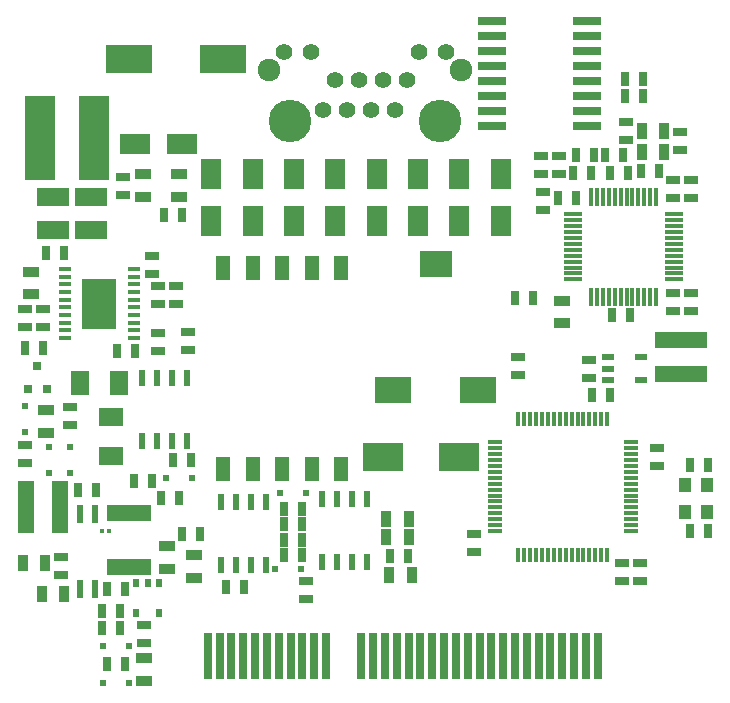
<source format=gts>
G04 (created by PCBNEW (2013-jul-07)-stable) date Thu 13 Feb 2014 02:22:19 AM EST*
%MOIN*%
G04 Gerber Fmt 3.4, Leading zero omitted, Abs format*
%FSLAX34Y34*%
G01*
G70*
G90*
G04 APERTURE LIST*
%ADD10C,0.00590551*%
%ADD11R,0.0275X0.1574*%
%ADD12R,0.120866X0.0889764*%
%ADD13R,0.109055X0.0889764*%
%ADD14C,0.0551*%
%ADD15C,0.1417*%
%ADD16C,0.0757*%
%ADD17R,0.0984252X0.279528*%
%ADD18R,0.0570866X0.173228*%
%ADD19R,0.0984X0.0709*%
%ADD20R,0.0709X0.0984*%
%ADD21R,0.0236X0.0551*%
%ADD22R,0.02X0.03*%
%ADD23R,0.15X0.055*%
%ADD24R,0.06X0.08*%
%ADD25R,0.08X0.06*%
%ADD26R,0.035X0.055*%
%ADD27R,0.055X0.035*%
%ADD28R,0.025X0.045*%
%ADD29R,0.045X0.025*%
%ADD30R,0.1378X0.0945*%
%ADD31R,0.1575X0.0945*%
%ADD32R,0.0944X0.025*%
%ADD33R,0.011811X0.015748*%
%ADD34R,0.0433X0.0236*%
%ADD35R,0.173228X0.0570866*%
%ADD36R,0.0413386X0.0511811*%
%ADD37R,0.0118X0.059*%
%ADD38R,0.059X0.0118*%
%ADD39R,0.0236X0.0236*%
%ADD40R,0.0473X0.0118*%
%ADD41R,0.0118X0.0473*%
%ADD42R,0.0413386X0.0125984*%
%ADD43R,0.11811X0.165354*%
%ADD44R,0.0240157X0.0598425*%
%ADD45R,0.1062X0.0629*%
%ADD46R,0.05X0.0799213*%
%ADD47R,0.0315X0.0315*%
G04 APERTURE END LIST*
G54D10*
G54D11*
X77441Y-45787D03*
X77834Y-45787D03*
X78228Y-45787D03*
X78622Y-45787D03*
X79015Y-45787D03*
X79409Y-45787D03*
X79803Y-45787D03*
X80197Y-45787D03*
X80590Y-45787D03*
X80984Y-45787D03*
X81378Y-45787D03*
X82559Y-45787D03*
X82952Y-45787D03*
X83346Y-45787D03*
X83740Y-45787D03*
X84134Y-45787D03*
X84527Y-45787D03*
X84921Y-45787D03*
X85315Y-45787D03*
X85708Y-45787D03*
X86102Y-45787D03*
X86496Y-45787D03*
X86889Y-45787D03*
X87283Y-45787D03*
X87677Y-45787D03*
X88071Y-45787D03*
X88464Y-45787D03*
X88858Y-45787D03*
X89252Y-45787D03*
X89645Y-45787D03*
X90039Y-45787D03*
X90433Y-45787D03*
G54D12*
X83620Y-36937D03*
X86458Y-36937D03*
G54D13*
X85039Y-32748D03*
G54D14*
X84077Y-26602D03*
X83677Y-27602D03*
X83277Y-26602D03*
X82877Y-27602D03*
X82477Y-26602D03*
X82077Y-27602D03*
X81677Y-26602D03*
X81277Y-27602D03*
X85377Y-25652D03*
X84477Y-25652D03*
X80877Y-25652D03*
X79977Y-25652D03*
G54D15*
X85177Y-27952D03*
X80177Y-27952D03*
G54D16*
X79477Y-26282D03*
X85877Y-26282D03*
G54D17*
X73641Y-28543D03*
X71830Y-28543D03*
G54D18*
X71377Y-40846D03*
X72519Y-40846D03*
G54D19*
X76574Y-28740D03*
X75000Y-28740D03*
G54D20*
X77559Y-31298D03*
X77559Y-29724D03*
X81692Y-31298D03*
X81692Y-29724D03*
X78937Y-29724D03*
X78937Y-31298D03*
X80314Y-29724D03*
X80314Y-31298D03*
X87204Y-31298D03*
X87204Y-29724D03*
X83070Y-31298D03*
X83070Y-29724D03*
X85826Y-29724D03*
X85826Y-31298D03*
X84448Y-29724D03*
X84448Y-31298D03*
G54D21*
X75234Y-36548D03*
X75234Y-38648D03*
X75734Y-36548D03*
X76234Y-36548D03*
X76734Y-36548D03*
X75734Y-38648D03*
X76234Y-38648D03*
X76734Y-38648D03*
G54D22*
X75808Y-43358D03*
X75058Y-43358D03*
X75808Y-44358D03*
X75433Y-43358D03*
X75058Y-44358D03*
G54D21*
X77891Y-40682D03*
X77891Y-42782D03*
X78391Y-40682D03*
X78891Y-40682D03*
X79391Y-40682D03*
X78391Y-42782D03*
X78891Y-42782D03*
X79391Y-42782D03*
X81238Y-40583D03*
X81238Y-42683D03*
X81738Y-40583D03*
X82238Y-40583D03*
X82738Y-40583D03*
X81738Y-42683D03*
X82238Y-42683D03*
X82738Y-42683D03*
G54D23*
X74803Y-41029D03*
X74803Y-42829D03*
G54D24*
X74468Y-36712D03*
X73168Y-36712D03*
G54D25*
X74212Y-39134D03*
X74212Y-37834D03*
G54D26*
X83483Y-43110D03*
X84233Y-43110D03*
X71908Y-43740D03*
X72658Y-43740D03*
G54D27*
X76082Y-42144D03*
X76082Y-42894D03*
X76968Y-43189D03*
X76968Y-42439D03*
G54D26*
X71278Y-42716D03*
X72028Y-42716D03*
G54D27*
X75314Y-46634D03*
X75314Y-45884D03*
X72047Y-37617D03*
X72047Y-38367D03*
G54D26*
X84134Y-41240D03*
X83384Y-41240D03*
G54D27*
X71555Y-32991D03*
X71555Y-33741D03*
G54D28*
X77170Y-41732D03*
X76570Y-41732D03*
G54D29*
X72559Y-42495D03*
X72559Y-43095D03*
G54D28*
X74512Y-44881D03*
X73912Y-44881D03*
G54D29*
X75314Y-45378D03*
X75314Y-44778D03*
X76771Y-35014D03*
X76771Y-35614D03*
G54D28*
X74512Y-44291D03*
X73912Y-44291D03*
X74670Y-46062D03*
X74070Y-46062D03*
X71353Y-35531D03*
X71953Y-35531D03*
X94099Y-41633D03*
X93499Y-41633D03*
X94099Y-39448D03*
X93499Y-39448D03*
G54D29*
X76377Y-34059D03*
X76377Y-33459D03*
G54D28*
X72642Y-32381D03*
X72042Y-32381D03*
X74070Y-43582D03*
X74670Y-43582D03*
X75979Y-31102D03*
X76579Y-31102D03*
G54D29*
X74606Y-29818D03*
X74606Y-30418D03*
X75590Y-33075D03*
X75590Y-32475D03*
G54D28*
X74404Y-35629D03*
X75004Y-35629D03*
G54D29*
X72834Y-37495D03*
X72834Y-38095D03*
G54D28*
X84118Y-42480D03*
X83518Y-42480D03*
X73125Y-40255D03*
X73725Y-40255D03*
G54D29*
X71358Y-39374D03*
X71358Y-38774D03*
X75787Y-34059D03*
X75787Y-33459D03*
X71358Y-34847D03*
X71358Y-34247D03*
X71948Y-34847D03*
X71948Y-34247D03*
X75787Y-35034D03*
X75787Y-35634D03*
G54D28*
X76874Y-39271D03*
X76274Y-39271D03*
X75881Y-40551D03*
X76481Y-40551D03*
X74995Y-39960D03*
X75595Y-39960D03*
G54D30*
X85827Y-39173D03*
X83267Y-39173D03*
G54D31*
X77952Y-25885D03*
X74802Y-25885D03*
G54D32*
X90081Y-28127D03*
X90081Y-27627D03*
X90081Y-27127D03*
X90081Y-26627D03*
X90081Y-26127D03*
X90081Y-25627D03*
X90081Y-25127D03*
X90081Y-24627D03*
X86925Y-24627D03*
X86925Y-25127D03*
X86925Y-25627D03*
X86925Y-26127D03*
X86925Y-26627D03*
X86925Y-27127D03*
X86925Y-27627D03*
X86925Y-28127D03*
G54D33*
X74133Y-41633D03*
X73897Y-41633D03*
G54D29*
X91377Y-28007D03*
X91377Y-28607D03*
G54D28*
X90684Y-29094D03*
X91284Y-29094D03*
X91441Y-29685D03*
X90841Y-29685D03*
X89621Y-29685D03*
X90221Y-29685D03*
G54D29*
X89133Y-29148D03*
X89133Y-29748D03*
G54D28*
X89700Y-29094D03*
X90300Y-29094D03*
X91953Y-26574D03*
X91353Y-26574D03*
X91953Y-27125D03*
X91353Y-27125D03*
G54D29*
X92421Y-38873D03*
X92421Y-39473D03*
X91240Y-42711D03*
X91240Y-43311D03*
X87795Y-36422D03*
X87795Y-35822D03*
X86318Y-42327D03*
X86318Y-41727D03*
X91830Y-42711D03*
X91830Y-43311D03*
X90157Y-36520D03*
X90157Y-35920D03*
G54D28*
X90251Y-37106D03*
X90851Y-37106D03*
G54D34*
X90787Y-35846D03*
X90787Y-36220D03*
X90787Y-36594D03*
X91889Y-36594D03*
X91889Y-35846D03*
G54D35*
X93208Y-35255D03*
X93208Y-36397D03*
G54D36*
X94064Y-41003D03*
X94064Y-40098D03*
X93336Y-40098D03*
X93336Y-41003D03*
G54D29*
X80708Y-43302D03*
X80708Y-43902D03*
G54D26*
X84134Y-41830D03*
X83384Y-41830D03*
G54D28*
X79975Y-41929D03*
X80575Y-41929D03*
X78646Y-43503D03*
X78046Y-43503D03*
G54D27*
X75295Y-30493D03*
X75295Y-29743D03*
X76476Y-30493D03*
X76476Y-29743D03*
G54D28*
X79975Y-40905D03*
X80575Y-40905D03*
G54D37*
X92381Y-30492D03*
X92184Y-30492D03*
X91987Y-30492D03*
X91791Y-30492D03*
X91594Y-30492D03*
X91397Y-30492D03*
X91201Y-30492D03*
X91004Y-30492D03*
X90807Y-30492D03*
X90611Y-30492D03*
X90414Y-30492D03*
X90217Y-30492D03*
G54D38*
X89626Y-31083D03*
X89626Y-31280D03*
X89626Y-31477D03*
X89626Y-31673D03*
X89626Y-31870D03*
X89626Y-32067D03*
X89626Y-32263D03*
X89626Y-32460D03*
X89626Y-32657D03*
X89626Y-32853D03*
X89626Y-33050D03*
X89626Y-33247D03*
G54D37*
X90217Y-33838D03*
X90414Y-33838D03*
X90611Y-33838D03*
X90807Y-33838D03*
X91004Y-33838D03*
X91201Y-33838D03*
X91397Y-33838D03*
X91594Y-33838D03*
X91791Y-33838D03*
X91987Y-33838D03*
X92184Y-33838D03*
X92381Y-33838D03*
G54D38*
X92972Y-33247D03*
X92972Y-33050D03*
X92972Y-32853D03*
X92972Y-32657D03*
X92972Y-32460D03*
X92972Y-32263D03*
X92972Y-32067D03*
X92972Y-31870D03*
X92972Y-31673D03*
X92972Y-31477D03*
X92972Y-31280D03*
X92972Y-31083D03*
G54D26*
X91908Y-29015D03*
X92658Y-29015D03*
G54D27*
X89251Y-34705D03*
X89251Y-33955D03*
G54D28*
X91520Y-34448D03*
X90920Y-34448D03*
G54D29*
X92952Y-29936D03*
X92952Y-30536D03*
G54D28*
X91865Y-29645D03*
X92465Y-29645D03*
G54D29*
X92952Y-34315D03*
X92952Y-33715D03*
X93543Y-29936D03*
X93543Y-30536D03*
G54D26*
X92658Y-28307D03*
X91908Y-28307D03*
G54D39*
X80708Y-40354D03*
X79842Y-40354D03*
X79685Y-42913D03*
X80551Y-42913D03*
X72145Y-38838D03*
X72145Y-39704D03*
X74803Y-45472D03*
X73937Y-45472D03*
X72834Y-38838D03*
X72834Y-39704D03*
X71358Y-37460D03*
X71358Y-38326D03*
X76043Y-39862D03*
X76909Y-39862D03*
X73937Y-46692D03*
X74803Y-46692D03*
G54D40*
X91535Y-41633D03*
X91535Y-41437D03*
X91535Y-41240D03*
X91535Y-41043D03*
X91535Y-40846D03*
X91535Y-40649D03*
X91535Y-40452D03*
X91535Y-40256D03*
X91535Y-40059D03*
X91535Y-39862D03*
X91535Y-39665D03*
X91535Y-39468D03*
X91535Y-39271D03*
X91535Y-39074D03*
X91535Y-38878D03*
X91535Y-38681D03*
G54D41*
X90747Y-37893D03*
X90551Y-37893D03*
X90354Y-37893D03*
X90157Y-37893D03*
X89960Y-37893D03*
X89763Y-37893D03*
X89566Y-37893D03*
X89370Y-37893D03*
X89173Y-37893D03*
X88976Y-37893D03*
X88779Y-37893D03*
X88582Y-37893D03*
X88385Y-37893D03*
X88188Y-37893D03*
X87992Y-37893D03*
X87795Y-37893D03*
G54D40*
X87007Y-38681D03*
X87007Y-38878D03*
X87007Y-39074D03*
X87007Y-39271D03*
X87007Y-39468D03*
X87007Y-39665D03*
X87007Y-39862D03*
X87007Y-40059D03*
X87007Y-40256D03*
X87007Y-40452D03*
X87007Y-40649D03*
X87007Y-40846D03*
X87007Y-41043D03*
X87007Y-41240D03*
X87007Y-41437D03*
X87007Y-41633D03*
G54D41*
X87795Y-42421D03*
X87992Y-42421D03*
X88188Y-42421D03*
X88385Y-42421D03*
X88582Y-42421D03*
X88779Y-42421D03*
X88976Y-42421D03*
X89173Y-42421D03*
X89370Y-42421D03*
X89566Y-42421D03*
X89763Y-42421D03*
X89960Y-42421D03*
X90157Y-42421D03*
X90354Y-42421D03*
X90551Y-42421D03*
X90747Y-42421D03*
G54D42*
X74970Y-35206D03*
X74970Y-34950D03*
X74970Y-34694D03*
X74970Y-34438D03*
X74970Y-34183D03*
X74970Y-33927D03*
X74970Y-33671D03*
X74970Y-33415D03*
X74970Y-33159D03*
X74970Y-32903D03*
X72667Y-32903D03*
X72667Y-33159D03*
X72667Y-33415D03*
X72667Y-33671D03*
X72667Y-33927D03*
X72667Y-34183D03*
X72667Y-34438D03*
X72667Y-34694D03*
X72667Y-34950D03*
X72667Y-35206D03*
G54D43*
X73818Y-34055D03*
G54D44*
X73675Y-43572D03*
X73175Y-43572D03*
X73175Y-41072D03*
X73675Y-41072D03*
G54D45*
X73543Y-31613D03*
X73543Y-30511D03*
X72283Y-31613D03*
X72283Y-30511D03*
G54D46*
X77952Y-32870D03*
X78937Y-32870D03*
X79921Y-32870D03*
X80905Y-32870D03*
X81889Y-32870D03*
X81889Y-39570D03*
X80905Y-39570D03*
X79921Y-39570D03*
X78937Y-39570D03*
X77952Y-39570D03*
G54D47*
X71437Y-36909D03*
X72066Y-36909D03*
X71751Y-36122D03*
G54D28*
X79975Y-41417D03*
X80575Y-41417D03*
X80575Y-42440D03*
X79975Y-42440D03*
X89109Y-30551D03*
X89709Y-30551D03*
G54D29*
X88622Y-30929D03*
X88622Y-30329D03*
X93543Y-34315D03*
X93543Y-33715D03*
G54D28*
X87692Y-33858D03*
X88292Y-33858D03*
G54D29*
X88543Y-29748D03*
X88543Y-29148D03*
X93188Y-28322D03*
X93188Y-28922D03*
M02*

</source>
